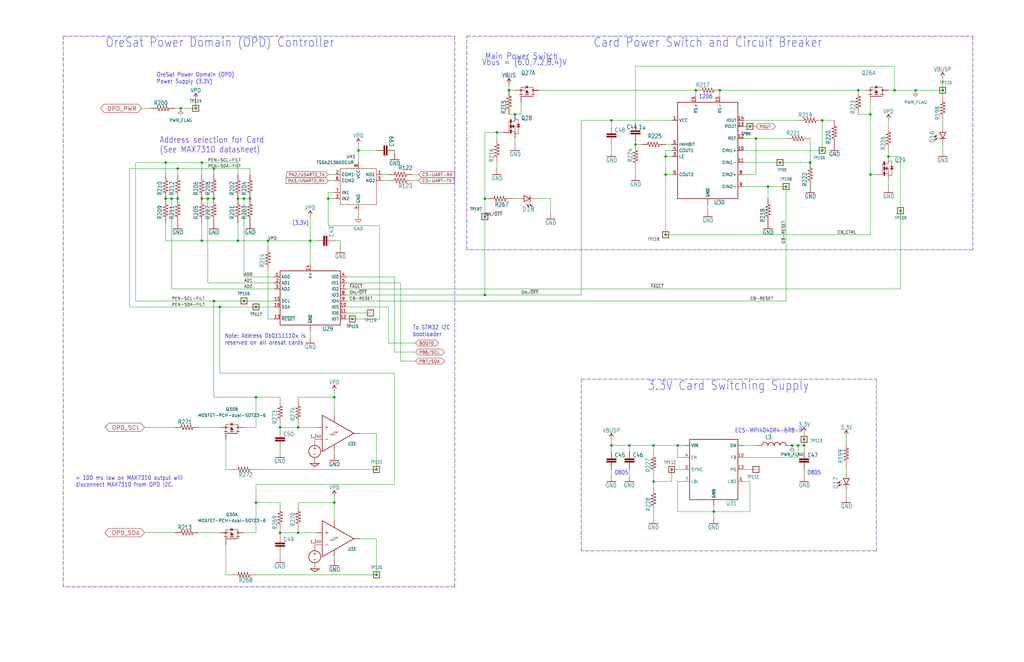
<source format=kicad_sch>
(kicad_sch (version 20211123) (generator eeschema)
  (paper "B")
  (junction (at 74.93 71.12))
  (junction (at 397.51 38.1))
  (junction (at 346.71 63.5))
  (junction (at 334.01 187.96))
  (junction (at 87.63 83.82))
  (junction (at 341.63 68.58))
  (junction (at 102.87 127))
  (junction (at 257.81 187.96))
  (junction (at 158.75 198.12))
  (junction (at 209.55 55.88))
  (junction (at 85.09 83.82))
  (junction (at 107.95 167.64))
  (junction (at 102.87 83.82))
  (junction (at 92.71 129.54))
  (junction (at 336.55 187.96))
  (junction (at 74.93 83.82))
  (junction (at 285.75 187.96))
  (junction (at 107.95 212.09))
  (junction (at 140.97 167.64))
  (junction (at 293.37 38.1))
  (junction (at 107.95 129.54))
  (junction (at 125.73 224.79))
  (junction (at 90.17 83.82))
  (junction (at 105.41 83.82))
  (junction (at 374.65 66.04))
  (junction (at 267.97 60.96))
  (junction (at 361.95 38.1))
  (junction (at 386.08 38.1))
  (junction (at 377.19 38.1))
  (junction (at 275.59 187.96))
  (junction (at 125.73 180.34))
  (junction (at 151.13 63.5))
  (junction (at 280.67 73.66))
  (junction (at 118.11 180.34))
  (junction (at 367.03 73.66))
  (junction (at 138.43 83.82))
  (junction (at 280.67 99.06))
  (junction (at 214.63 38.1))
  (junction (at 339.09 185.42))
  (junction (at 303.53 38.1))
  (junction (at 140.97 212.09))
  (junction (at 113.03 101.6))
  (junction (at 204.47 124.46))
  (junction (at 130.81 101.6))
  (junction (at 85.09 68.58))
  (junction (at 82.55 45.72))
  (junction (at 72.39 83.82))
  (junction (at 328.93 68.58))
  (junction (at 100.33 83.82))
  (junction (at 339.09 187.96))
  (junction (at 69.85 68.58))
  (junction (at 331.47 78.74))
  (junction (at 148.59 134.62))
  (junction (at 69.85 83.82))
  (junction (at 318.77 58.42))
  (junction (at 257.81 50.8))
  (junction (at 90.17 71.12))
  (junction (at 204.47 83.82))
  (junction (at 379.73 88.9))
  (junction (at 76.2 45.72))
  (junction (at 316.23 53.34))
  (junction (at 118.11 224.79))
  (junction (at 85.09 101.6))
  (junction (at 217.17 48.26))
  (junction (at 265.43 187.96))
  (junction (at 367.03 48.26))
  (junction (at 346.71 50.8))
  (junction (at 323.85 78.74))
  (junction (at 158.75 242.57))
  (junction (at 275.59 203.2))
  (junction (at 300.99 215.9))
  (junction (at 283.21 198.12))
  (junction (at 100.33 101.6))
  (junction (at 90.17 127))
  (junction (at 280.67 66.04))
  (junction (at 204.47 91.44))
  (wire (pts (xy 166.37 204.47) (xy 166.37 157.48)))
  (wire (pts (xy 160.02 134.62) (xy 160.02 95.25)))
  (wire (pts (xy 118.11 190.5) (xy 118.11 189.23)))
  (wire (pts (xy 95.25 242.57) (xy 95.25 229.87)))
  (wire (pts (xy 74.93 83.82) (xy 72.39 83.82)))
  (wire (pts (xy 140.97 212.09) (xy 140.97 219.71)))
  (wire (pts (xy 367.03 99.06) (xy 280.67 99.06)))
  (wire (pts (xy 69.85 73.66) (xy 69.85 68.58)))
  (wire (pts (xy 226.06 83.82) (xy 232.156 83.82)))
  (wire (pts (xy 285.75 215.9) (xy 300.99 215.9)))
  (wire (pts (xy 146.05 132.08) (xy 156.21 132.08)))
  (wire (pts (xy 107.95 180.34) (xy 102.87 180.34)))
  (wire (pts (xy 275.59 203.2) (xy 275.59 200.66)))
  (wire (pts (xy 257.81 187.96) (xy 265.43 187.96)))
  (wire (pts (xy 163.83 129.54) (xy 163.83 144.78)))
  (wire (pts (xy 140.97 81.28) (xy 138.43 81.28)))
  (wire (pts (xy 151.765 182.88) (xy 158.75 182.88)))
  (wire (pts (xy 293.37 38.1) (xy 293.37 40.64)))
  (wire (pts (xy 130.81 101.6) (xy 133.35 101.6)))
  (wire (pts (xy 209.55 55.88) (xy 212.09 55.88)))
  (wire (pts (xy 146.05 129.54) (xy 163.83 129.54)))
  (wire (pts (xy 87.63 119.38) (xy 87.63 83.82)))
  (wire (pts (xy 146.05 127) (xy 331.47 127)))
  (wire (pts (xy 166.37 63.5) (xy 166.37 64.77)))
  (wire (pts (xy 265.43 200.66) (xy 265.43 198.12)))
  (wire (pts (xy 313.69 187.96) (xy 318.77 187.96)))
  (wire (pts (xy 374.65 38.1) (xy 377.19 38.1)))
  (wire (pts (xy 275.59 187.96) (xy 265.43 187.96)))
  (wire (pts (xy 313.69 198.12) (xy 318.77 198.12)))
  (wire (pts (xy 90.17 127) (xy 102.87 127)))
  (wire (pts (xy 339.09 190.5) (xy 339.09 187.96)))
  (wire (pts (xy 138.43 81.28) (xy 138.43 83.82)))
  (wire (pts (xy 267.97 73.66) (xy 267.97 71.12)))
  (wire (pts (xy 72.39 121.92) (xy 72.39 83.82)))
  (wire (pts (xy 397.51 33.02) (xy 397.51 38.1)))
  (wire (pts (xy 341.63 68.58) (xy 341.63 58.42)))
  (wire (pts (xy 107.95 212.09) (xy 107.95 224.79)))
  (wire (pts (xy 209.55 55.88) (xy 204.47 55.88)))
  (wire (pts (xy 176.53 76.2) (xy 173.99 76.2)))
  (wire (pts (xy 73.66 224.79) (xy 60.96 224.79)))
  (wire (pts (xy 356.87 196.85) (xy 356.87 199.39)))
  (wire (pts (xy 102.87 83.82) (xy 100.33 83.82)))
  (wire (pts (xy 379.73 121.92) (xy 146.05 121.92)))
  (wire (pts (xy 138.43 83.82) (xy 140.97 83.82)))
  (wire (pts (xy 107.95 198.12) (xy 158.75 198.12)))
  (wire (pts (xy 168.91 119.38) (xy 168.91 152.4)))
  (wire (pts (xy 151.13 63.5) (xy 158.75 63.5)))
  (wire (pts (xy 90.17 73.66) (xy 90.17 71.12)))
  (wire (pts (xy 397.51 38.1) (xy 397.51 40.64)))
  (polyline (pts (xy 196.85 105.41) (xy 196.85 15.24)))
  (wire (pts (xy 374.65 66.04) (xy 379.73 66.04)))
  (wire (pts (xy 125.73 213.36) (xy 125.73 212.09)))
  (wire (pts (xy 100.33 101.6) (xy 100.33 93.98)))
  (wire (pts (xy 316.23 215.9) (xy 300.99 215.9)))
  (wire (pts (xy 298.45 88.9) (xy 298.45 86.36)))
  (wire (pts (xy 313.69 53.34) (xy 316.23 53.34)))
  (wire (pts (xy 90.17 71.12) (xy 105.41 71.12)))
  (wire (pts (xy 115.57 116.84) (xy 102.87 116.84)))
  (polyline (pts (xy 369.57 160.02) (xy 369.57 232.41)))
  (wire (pts (xy 107.95 167.64) (xy 90.17 167.64)))
  (wire (pts (xy 374.65 76.2) (xy 374.65 78.74)))
  (wire (pts (xy 130.81 142.24) (xy 130.81 139.7)))
  (wire (pts (xy 283.21 198.12) (xy 283.21 203.2)))
  (wire (pts (xy 151.765 227.33) (xy 158.75 227.33)))
  (wire (pts (xy 57.15 127) (xy 57.15 68.58)))
  (polyline (pts (xy 191.77 247.65) (xy 26.67 247.65)))
  (wire (pts (xy 257.81 187.96) (xy 257.81 185.42)))
  (wire (pts (xy 209.55 68.58) (xy 209.55 71.12)))
  (wire (pts (xy 377.19 27.94) (xy 377.19 38.1)))
  (wire (pts (xy 204.47 83.82) (xy 204.47 91.44)))
  (wire (pts (xy 143.51 101.6) (xy 143.51 104.14)))
  (wire (pts (xy 57.15 127) (xy 90.17 127)))
  (polyline (pts (xy 245.11 160.02) (xy 369.57 160.02)))
  (wire (pts (xy 140.97 167.64) (xy 140.97 165.1)))
  (wire (pts (xy 257.81 53.34) (xy 257.81 50.8)))
  (polyline (pts (xy 245.11 232.41) (xy 245.11 160.02)))
  (wire (pts (xy 92.71 157.48) (xy 92.71 129.54)))
  (wire (pts (xy 158.75 182.88) (xy 158.75 198.12)))
  (wire (pts (xy 267.97 27.94) (xy 377.19 27.94)))
  (wire (pts (xy 328.93 68.58) (xy 313.69 68.58)))
  (wire (pts (xy 280.67 73.66) (xy 283.21 73.66)))
  (wire (pts (xy 73.66 180.34) (xy 60.96 180.34)))
  (wire (pts (xy 283.21 198.12) (xy 288.29 198.12)))
  (wire (pts (xy 336.55 187.96) (xy 339.09 187.96)))
  (wire (pts (xy 313.69 193.04) (xy 336.55 193.04)))
  (wire (pts (xy 280.67 63.5) (xy 280.67 66.04)))
  (wire (pts (xy 336.55 187.96) (xy 334.01 187.96)))
  (wire (pts (xy 283.21 203.2) (xy 275.59 203.2)))
  (wire (pts (xy 102.87 116.84) (xy 102.87 83.82)))
  (wire (pts (xy 146.05 119.38) (xy 168.91 119.38)))
  (wire (pts (xy 118.11 167.64) (xy 107.95 167.64)))
  (wire (pts (xy 115.57 129.54) (xy 107.95 129.54)))
  (wire (pts (xy 63.5 45.72) (xy 59.69 45.72)))
  (wire (pts (xy 113.03 101.6) (xy 130.81 101.6)))
  (wire (pts (xy 163.83 76.2) (xy 161.29 76.2)))
  (wire (pts (xy 285.75 193.04) (xy 288.29 193.04)))
  (wire (pts (xy 346.71 50.8) (xy 351.79 50.8)))
  (polyline (pts (xy 26.67 15.24) (xy 191.77 15.24)))
  (wire (pts (xy 367.03 48.26) (xy 367.03 73.66)))
  (wire (pts (xy 316.23 203.2) (xy 316.23 215.9)))
  (wire (pts (xy 118.11 168.91) (xy 118.11 167.64)))
  (wire (pts (xy 118.11 234.95) (xy 118.11 233.68)))
  (wire (pts (xy 204.47 55.88) (xy 204.47 83.82)))
  (polyline (pts (xy 196.85 15.24) (xy 410.21 15.24)))
  (wire (pts (xy 214.63 48.26) (xy 217.17 48.26)))
  (wire (pts (xy 118.11 224.79) (xy 125.73 224.79)))
  (wire (pts (xy 107.95 212.09) (xy 107.95 204.47)))
  (wire (pts (xy 280.67 66.04) (xy 280.67 73.66)))
  (wire (pts (xy 303.53 38.1) (xy 361.95 38.1)))
  (wire (pts (xy 92.71 224.79) (xy 83.82 224.79)))
  (wire (pts (xy 313.69 50.8) (xy 336.55 50.8)))
  (wire (pts (xy 275.59 218.44) (xy 275.59 215.9)))
  (wire (pts (xy 318.77 73.66) (xy 318.77 58.42)))
  (wire (pts (xy 257.81 50.8) (xy 283.21 50.8)))
  (wire (pts (xy 267.97 52.07) (xy 267.97 27.94)))
  (wire (pts (xy 125.73 223.52) (xy 125.73 224.79)))
  (wire (pts (xy 356.87 184.15) (xy 356.87 186.69)))
  (wire (pts (xy 397.51 60.96) (xy 397.51 63.5)))
  (wire (pts (xy 87.63 83.82) (xy 85.09 83.82)))
  (wire (pts (xy 361.95 38.1) (xy 364.49 38.1)))
  (wire (pts (xy 331.47 78.74) (xy 323.85 78.74)))
  (wire (pts (xy 280.67 66.04) (xy 283.21 66.04)))
  (wire (pts (xy 140.97 167.64) (xy 125.73 167.64)))
  (wire (pts (xy 92.71 129.54) (xy 54.61 129.54)))
  (wire (pts (xy 69.85 101.6) (xy 69.85 93.98)))
  (wire (pts (xy 318.77 58.42) (xy 331.47 58.42)))
  (wire (pts (xy 303.53 40.64) (xy 303.53 38.1)))
  (wire (pts (xy 323.85 83.82) (xy 323.85 78.74)))
  (wire (pts (xy 100.33 73.66) (xy 100.33 68.58)))
  (wire (pts (xy 73.66 45.72) (xy 76.2 45.72)))
  (wire (pts (xy 74.93 73.66) (xy 74.93 71.12)))
  (wire (pts (xy 92.71 180.34) (xy 83.82 180.34)))
  (polyline (pts (xy 410.21 15.24) (xy 410.21 105.41)))
  (wire (pts (xy 217.17 48.26) (xy 219.71 48.26)))
  (wire (pts (xy 118.11 212.09) (xy 107.95 212.09)))
  (wire (pts (xy 283.21 63.5) (xy 280.67 63.5)))
  (wire (pts (xy 57.15 68.58) (xy 69.85 68.58)))
  (wire (pts (xy 219.71 48.26) (xy 219.71 43.18)))
  (polyline (pts (xy 26.67 247.65) (xy 26.67 15.24)))
  (wire (pts (xy 166.37 116.84) (xy 166.37 148.59)))
  (polyline (pts (xy 369.57 232.41) (xy 245.11 232.41)))
  (wire (pts (xy 166.37 148.59) (xy 175.26 148.59)))
  (wire (pts (xy 369.57 73.66) (xy 367.03 73.66)))
  (wire (pts (xy 107.95 129.54) (xy 92.71 129.54)))
  (wire (pts (xy 113.03 104.14) (xy 113.03 101.6)))
  (wire (pts (xy 105.41 71.12) (xy 105.41 73.66)))
  (wire (pts (xy 336.55 193.04) (xy 336.55 187.96)))
  (wire (pts (xy 125.73 180.34) (xy 133.35 180.34)))
  (wire (pts (xy 163.83 73.66) (xy 161.29 73.66)))
  (wire (pts (xy 356.87 207.01) (xy 356.87 209.55)))
  (wire (pts (xy 130.81 111.76) (xy 130.81 101.6)))
  (wire (pts (xy 288.29 187.96) (xy 285.75 187.96)))
  (wire (pts (xy 151.13 60.96) (xy 151.13 63.5)))
  (wire (pts (xy 151.13 63.5) (xy 151.13 68.58)))
  (wire (pts (xy 138.43 76.2) (xy 140.97 76.2)))
  (wire (pts (xy 95.25 198.12) (xy 95.25 185.42)))
  (wire (pts (xy 245.11 124.46) (xy 245.11 50.8)))
  (wire (pts (xy 107.95 204.47) (xy 166.37 204.47)))
  (wire (pts (xy 115.57 134.62) (xy 113.03 134.62)))
  (wire (pts (xy 97.79 198.12) (xy 95.25 198.12)))
  (wire (pts (xy 374.65 50.8) (xy 374.65 53.34)))
  (polyline (pts (xy 191.77 15.24) (xy 191.77 247.65)))
  (wire (pts (xy 74.93 71.12) (xy 90.17 71.12)))
  (wire (pts (xy 140.97 236.22) (xy 140.97 234.95)))
  (wire (pts (xy 130.81 101.6) (xy 130.81 91.44)))
  (wire (pts (xy 313.69 73.66) (xy 318.77 73.66)))
  (wire (pts (xy 118.11 224.79) (xy 118.11 223.52)))
  (wire (pts (xy 377.19 38.1) (xy 386.08 38.1)))
  (wire (pts (xy 323.85 78.74) (xy 313.69 78.74)))
  (wire (pts (xy 214.63 38.1) (xy 217.17 38.1)))
  (wire (pts (xy 209.55 58.42) (xy 209.55 55.88)))
  (wire (pts (xy 97.79 242.57) (xy 95.25 242.57)))
  (wire (pts (xy 151.13 88.9) (xy 151.13 91.44)))
  (wire (pts (xy 115.57 119.38) (xy 87.63 119.38)))
  (wire (pts (xy 85.09 73.66) (xy 85.09 68.58)))
  (wire (pts (xy 397.51 50.8) (xy 397.51 53.34)))
  (wire (pts (xy 54.61 71.12) (xy 74.93 71.12)))
  (wire (pts (xy 367.03 48.26) (xy 367.03 43.18)))
  (wire (pts (xy 204.47 124.46) (xy 245.11 124.46)))
  (wire (pts (xy 146.05 124.46) (xy 204.47 124.46)))
  (wire (pts (xy 280.67 99.06) (xy 280.67 73.66)))
  (wire (pts (xy 285.75 203.2) (xy 285.75 215.9)))
  (wire (pts (xy 118.11 224.79) (xy 118.11 226.06)))
  (wire (pts (xy 138.43 95.25) (xy 138.43 83.82)))
  (wire (pts (xy 285.75 187.96) (xy 275.59 187.96)))
  (wire (pts (xy 168.91 152.4) (xy 175.26 152.4)))
  (wire (pts (xy 85.09 101.6) (xy 100.33 101.6)))
  (wire (pts (xy 125.73 168.91) (xy 125.73 167.64)))
  (wire (pts (xy 275.59 205.74) (xy 275.59 203.2)))
  (wire (pts (xy 361.95 48.26) (xy 367.03 48.26)))
  (wire (pts (xy 113.03 114.3) (xy 113.03 134.62)))
  (wire (pts (xy 90.17 167.64) (xy 90.17 127)))
  (wire (pts (xy 257.81 63.5) (xy 257.81 60.96)))
  (wire (pts (xy 166.37 116.84) (xy 146.05 116.84)))
  (wire (pts (xy 316.23 53.34) (xy 318.77 53.34)))
  (wire (pts (xy 107.95 224.79) (xy 102.87 224.79)))
  (wire (pts (xy 90.17 83.82) (xy 87.63 83.82)))
  (wire (pts (xy 118.11 181.61) (xy 118.11 180.34)))
  (wire (pts (xy 339.09 187.96) (xy 339.09 185.42)))
  (wire (pts (xy 257.81 190.5) (xy 257.81 187.96)))
  (wire (pts (xy 125.73 179.07) (xy 125.73 180.34)))
  (wire (pts (xy 69.85 68.58) (xy 85.09 68.58)))
  (wire (pts (xy 85.09 101.6) (xy 85.09 93.98)))
  (wire (pts (xy 379.73 88.9) (xy 379.73 121.92)))
  (wire (pts (xy 313.69 203.2) (xy 316.23 203.2)))
  (wire (pts (xy 176.53 73.66) (xy 173.99 73.66)))
  (polyline (pts (xy 410.21 105.41) (xy 196.85 105.41)))
  (wire (pts (xy 140.97 191.77) (xy 140.97 190.5)))
  (wire (pts (xy 232.156 83.82) (xy 232.156 89.916)))
  (wire (pts (xy 214.63 35.56) (xy 214.63 38.1)))
  (wire (pts (xy 163.83 144.78) (xy 175.26 144.78)))
  (wire (pts (xy 257.81 198.12) (xy 257.81 200.66)))
  (wire (pts (xy 166.37 157.48) (xy 92.71 157.48)))
  (wire (pts (xy 267.97 60.96) (xy 270.51 60.96)))
  (wire (pts (xy 328.93 68.58) (xy 341.63 68.58)))
  (wire (pts (xy 118.11 180.34) (xy 118.11 179.07)))
  (wire (pts (xy 72.39 83.82) (xy 69.85 83.82)))
  (wire (pts (xy 204.47 91.44) (xy 204.47 124.46)))
  (wire (pts (xy 118.11 180.34) (xy 125.73 180.34)))
  (wire (pts (xy 339.09 200.66) (xy 339.09 198.12)))
  (wire (pts (xy 339.09 182.88) (xy 339.09 185.42)))
  (wire (pts (xy 140.97 212.09) (xy 140.97 209.55)))
  (wire (pts (xy 300.99 218.44) (xy 300.99 215.9)))
  (wire (pts (xy 69.85 101.6) (xy 85.09 101.6)))
  (wire (pts (xy 313.69 63.5) (xy 346.71 63.5)))
  (wire (pts (xy 283.21 60.96) (xy 280.67 60.96)))
  (wire (pts (xy 85.09 68.58) (xy 100.33 68.58)))
  (wire (pts (xy 140.97 175.26) (xy 140.97 167.64)))
  (wire (pts (xy 82.55 45.72) (xy 82.55 41.91)))
  (wire (pts (xy 140.97 101.6) (xy 143.51 101.6)))
  (wire (pts (xy 107.95 167.64) (xy 107.95 180.34)))
  (wire (pts (xy 285.75 203.2) (xy 288.29 203.2)))
  (wire (pts (xy 379.73 66.04) (xy 379.73 88.9)))
  (wire (pts (xy 265.43 190.5) (xy 265.43 187.96)))
  (wire (pts (xy 275.59 190.5) (xy 275.59 187.96)))
  (wire (pts (xy 118.11 213.36) (xy 118.11 212.09)))
  (wire (pts (xy 115.57 121.92) (xy 72.39 121.92)))
  (wire (pts (xy 102.87 127) (xy 115.57 127)))
  (wire (pts (xy 245.11 50.8) (xy 257.81 50.8)))
  (wire (pts (xy 217.17 58.42) (xy 217.17 60.96)))
  (wire (pts (xy 227.33 38.1) (xy 293.37 38.1)))
  (wire (pts (xy 267.97 59.69) (xy 267.97 60.96)))
  (wire (pts (xy 331.47 127) (xy 331.47 78.74)))
  (wire (pts (xy 374.65 63.5) (xy 374.65 66.04)))
  (wire (pts (xy 346.71 63.5) (xy 346.71 50.8)))
  (wire (pts (xy 100.33 101.6) (xy 113.03 101.6)))
  (wire (pts (xy 160.02 95.25) (xy 138.43 95.25)))
  (wire (pts (xy 285.75 193.04) (xy 285.75 187.96)))
  (wire (pts (xy 107.95 242.57) (xy 158.75 242.57)))
  (wire (pts (xy 367.03 73.66) (xy 367.03 99.06)))
  (wire (pts (xy 105.41 83.82) (xy 102.87 83.82)))
  (wire (pts (xy 215.9 83.82) (xy 218.44 83.82)))
  (wire (pts (xy 138.43 73.66) (xy 140.97 73.66)))
  (wire (pts (xy 313.69 58.42) (xy 318.77 58.42)))
  (wire (pts (xy 148.59 134.62) (xy 160.02 134.62)))
  (wire (pts (xy 54.61 129.54) (xy 54.61 71.12)))
  (wire (pts (xy 76.2 45.72) (xy 82.55 45.72)))
  (wire (pts (xy 140.97 212.09) (xy 125.73 212.09)))
  (wire (pts (xy 205.74 83.82) (xy 204.47 83.82)))
  (wire (pts (xy 148.59 134.62) (xy 146.05 134.62)))
  (wire (pts (xy 158.75 227.33) (xy 158.75 242.57)))
  (wire (pts (xy 386.08 38.1) (xy 397.51 38.1)))
  (wire (pts (xy 300.99 215.9) (xy 300.99 213.36)))
  (wire (pts (xy 125.73 224.79) (xy 133.35 224.79)))
  (text "Vbus = (6.0,7.2,8.4)V" (at 203.2 27.94 180) (effects (font (size 2.54 2.159)) (justify left bottom)))
  (text "Note: Address 0b0111110x is\nreserved on all oresat cards" (at 94.742 145.796 0) (effects (font (size 1.778 1.5113)) (justify left bottom)))
  (text "3.3V Card Switching Supply" (at 273.05 165.1 180) (effects (font (size 3.81 3.2385)) (justify left bottom)))
  (text "ECS-MPI4040R4-6R8-R" (at 309.88 182.88 180) (effects (font (size 1.778 1.5113)) (justify left bottom)))
  (text "OreSat Power Domain (OPD)\nPower Supply (3.3V)" (at 66.04 35.56 180) (effects (font (size 1.778 1.5113)) (justify left bottom)))
  (text "> 100 ms low on MAX7310 output will\ndisconnect MAX7310 from OPD I2C." (at 31.75 205.74 0) (effects (font (size 1.778 1.5113)) (justify left bottom)))
  (text "Card Power Switch and Circuit Breaker" (at 250.19 20.32 180) (effects (font (size 3.81 3.2385)) (justify left bottom)))
  (text "1206" (at 294.64 41.91 180) (effects (font (size 1.778 1.5113)) (justify left bottom)))
  (text "(3.3V)" (at 123.19 95.25 180) (effects (font (size 1.778 1.5113)) (justify left bottom)))
  (text "To STM32 I2C\nbootloader" (at 173.99 142.24 180) (effects (font (size 1.778 1.5113)) (justify left bottom)))
  (text "Address selection for Card\n(See MAX7310 datasheet)" (at 67.31 64.77 0) (effects (font (size 2.54 2.159)) (justify left bottom)))
  (text "0805" (at 259.08 200.66 180) (effects (font (size 1.778 1.5113)) (justify left bottom)))
  (text "OreSat Power Domain (OPD) Controller" (at 44.45 20.32 180) (effects (font (size 3.81 3.2385)) (justify left bottom)))
  (text "0805" (at 340.36 200.66 180) (effects (font (size 1.778 1.5113)) (justify left bottom)))
  (text "Main Power Switch" (at 204.47 25.4 180) (effects (font (size 2.54 2.159)) (justify left bottom)))
  (label "~{FAULT}" (at 147.32 121.92 0) (effects (font (size 1.2446 1.2446))))
  (label "VPD" (at 113.03 101.6 0) (effects (font (size 1.2446 1.2446))))
  (label "PEN-SCL-FILT" (at 87.63 68.58 0) (effects (font (size 1.2446 1.2446))))
  (label "AD2" (at 102.87 121.92 0) (effects (font (size 1.2446 1.2446))))
  (label "CB-RESET" (at 147.32 127 0) (effects (font (size 1.2446 1.2446))))
  (label "AD1" (at 102.87 119.38 0) (effects (font (size 1.2446 1.2446))))
  (label "PEN-SCL-FILT" (at 72.39 127 0) (effects (font (size 1.2446 1.2446))))
  (label "ON/~{OFF}" (at 204.47 91.44 0) (effects (font (size 1.2446 1.2446))))
  (label "AD0" (at 102.87 116.84 0) (effects (font (size 1.2446 1.2446))))
  (label "PEN-SDA-FILT" (at 87.63 71.12 0) (effects (font (size 1.2446 1.2446))))
  (label "~{FAULT}" (at 274.32 121.92 0) (effects (font (size 1.2446 1.2446))))
  (label "ON/~{OFF}" (at 147.32 124.46 0) (effects (font (size 1.2446 1.2446))))
  (label "CB_CTRL" (at 353.06 99.06 0) (effects (font (size 1.2446 1.2446))))
  (label "CB-RESET" (at 316.23 127 0) (effects (font (size 1.2446 1.2446))))
  (label "PEN-SDA-FILT" (at 72.39 129.54 0) (effects (font (size 1.2446 1.2446))))
  (label "CB-RESET" (at 331.47 102.87 90) (effects (font (size 1.2446 1.2446))))
  (label "ON/~{OFF}" (at 219.71 124.46 0) (effects (font (size 1.2446 1.2446))))
  (global_label "PA3{slash}USART2_RX" (shape input) (at 138.43 76.2 180) (property "Intersheet References" "${INTERSHEET_REFS}" (effects hide)))
  (global_label "C3-UART-RX" (shape input) (at 176.53 73.66 0) (property "Intersheet References" "${INTERSHEET_REFS}" (effects hide)))
  (global_label "OPD_SCL" (shape bidirectional) (at 60.96 180.34 180) (effects (font (size 1.778 1.778))) (property "Intersheet References" "${INTERSHEET_REFS}" (effects hide)))
  (global_label "PA2{slash}USART2_TX" (shape input) (at 138.43 73.66 180) (property "Intersheet References" "${INTERSHEET_REFS}" (effects hide)))
  (global_label "C3-UART-TX" (shape input) (at 176.53 76.2 0) (property "Intersheet References" "${INTERSHEET_REFS}" (effects hide)))
  (global_label "POUT" (shape bidirectional) (at 318.77 53.34 0) (effects (font (size 1.2446 1.2446))) (property "Intersheet References" "${INTERSHEET_REFS}" (effects hide)))
  (global_label "PB7{slash}SDA" (shape bidirectional) (at 175.26 152.4 0) (property "Intersheet References" "${INTERSHEET_REFS}" (effects hide)))
  (global_label "OPD_SDA" (shape bidirectional) (at 60.96 224.79 180) (effects (font (size 1.778 1.778))) (property "Intersheet References" "${INTERSHEET_REFS}" (effects hide)))
  (global_label "PB6{slash}SCL" (shape bidirectional) (at 175.26 148.59 0) (property "Intersheet References" "${INTERSHEET_REFS}" (effects hide)))
  (global_label "BOOT0" (shape bidirectional) (at 175.26 144.78 0) (property "Intersheet References" "${INTERSHEET_REFS}" (effects hide)))
  (global_label "OPD_PWR" (shape bidirectional) (at 59.69 45.72 180) (effects (font (size 1.778 1.778))) (property "Intersheet References" "${INTERSHEET_REFS}" (effects hide)))
  (symbol (lib_id "oresat-acs-card-eagle-import:R-US_0603-C-NOSILK") (at 90.17 78.74 90) (unit 1)
    (property "Reference" "R208" (at 88.6714 82.55 0) (effects (font (size 1.778 1.5113)) (justify left bottom)))
    (property "Value" "NP" (at 88.392 76.2 0) (effects (font (size 1.778 1.5113)) (justify left bottom)))
    (property "Footprint" "oresat-acs-card:.0603-C-NOSILK" (effects hide))
    (property "Value" "RC1005F6653CS" (effects hide))
  )
  (symbol (lib_id "oresat-acs-card-eagle-import:TEST-POINT-LARGE-SQUARE") (at 331.47 78.74 180) (unit 1)
    (property "Reference" "TP108" (at 334.01 74.93 0) (effects (font (size 1.27 1.0795)) (justify left bottom)))
    (property "Value" "TEST-POINT-LARGE-SQUARE" (effects hide))
    (property "Footprint" "oresat-acs-card:1X01" (effects hide))
  )
  (symbol (lib_id "oresat-acs-card-eagle-import:TEST-POINT-LARGE-SQUARE") (at 204.47 91.44 0) (unit 1)
    (property "Reference" "TP107" (at 198.12 88.9 0) (effects (font (size 1.27 1.0795)) (justify left bottom)))
    (property "Value" "TEST-POINT-LARGE-SQUARE" (effects hide))
    (property "Footprint" "oresat-acs-card:1X01" (effects hide))
  )
  (symbol (lib_id "oresat-acs-card-eagle-import:LED-GREEN0603") (at 220.98 83.82 90) (unit 1)
    (property "Reference" "D18" (at 225.552 87.249 90) (effects (font (size 1.778 1.778)) (justify left bottom)))
    (property "Value" "AMBER" (at 225.552 81.915 90) (effects (font (size 1.778 1.778)) (justify left top)))
    (property "Footprint" "oresat-acs-card:LED-0603" (effects hide))
    (property "Value" "IN-S63AT5A" (effects hide))
  )
  (symbol (lib_id "oresat-acs-card-eagle-import:VPD") (at 130.81 91.44 0) (unit 1)
    (property "Reference" "#VPD012" (effects hide))
    (property "Value" "VPD" (at 130.81 88.646 0) (effects (font (size 1.778 1.5113)) (justify bottom)))
  )
  (symbol (lib_id "oresat-acs-card-eagle-import:TEST-POINT-LARGE-SQUARE") (at 280.67 99.06 0) (mirror y) (unit 1)
    (property "Reference" "TP118" (at 278.13 101.6 0) (effects (font (size 1.27 1.0795)) (justify left bottom)))
    (property "Value" "TEST-POINT-LARGE-SQUARE" (effects hide))
    (property "Footprint" "oresat-acs-card:1X01" (effects hide))
  )
  (symbol (lib_id "oresat-acs-card-eagle-import:GND") (at 209.55 73.66 0) (mirror y) (unit 1)
    (property "Reference" "#GND0171" (effects hide))
    (property "Value" "GND" (at 212.09 76.2 0) (effects (font (size 1.778 1.5113)) (justify left bottom)))
  )
  (symbol (lib_id "oresat-acs-card-eagle-import:C-EU0805-B-NOSILK") (at 257.81 193.04 0) (unit 1)
    (property "Reference" "C45" (at 259.08 193.04 0) (effects (font (size 1.778 1.5113)) (justify left bottom)))
    (property "Value" "10u" (at 259.08 198.12 0) (effects (font (size 1.778 1.5113)) (justify left bottom)))
    (property "Footprint" "oresat-acs-card:.0805-B-NOSILK" (effects hide))
    (property "Value" "CL21B106KOQNNNG" (effects hide))
  )
  (symbol (lib_id "oresat-acs-card-eagle-import:TEST-POINT-LARGE-SQUARE") (at 318.77 198.12 0) (unit 1)
    (property "Reference" "TP111" (at 314.96 201.93 0) (effects (font (size 1.27 1.0795)) (justify left bottom)))
    (property "Value" "TEST-POINT-LARGE-SQUARE" (effects hide))
    (property "Footprint" "oresat-acs-card:1X01" (effects hide))
  )
  (symbol (lib_id "oresat-acs-card-eagle-import:R-US_0603-C-NOSILK") (at 78.74 224.79 0) (unit 1)
    (property "Reference" "R213" (at 74.93 223.52 0) (effects (font (size 1.778 1.5113)) (justify left bottom)))
    (property "Value" "100" (at 81.28 223.52 0) (effects (font (size 1.778 1.5113)) (justify left bottom)))
    (property "Footprint" "oresat-acs-card:.0603-C-NOSILK" (effects hide))
    (property "Value" "RC0603FR-07100RL" (effects hide))
  )
  (symbol (lib_id "oresat-acs-card-eagle-import:GND") (at 300.99 220.98 0) (unit 1)
    (property "Reference" "#GND0177" (effects hide))
    (property "Value" "GND" (at 298.45 223.52 0) (effects (font (size 1.778 1.5113)) (justify left bottom)))
  )
  (symbol (lib_id "oresat-acs-card-eagle-import:GND") (at 374.65 81.28 0) (mirror y) (unit 1)
    (property "Reference" "#GND0176" (effects hide))
    (property "Value" "GND" (at 377.19 83.82 0) (effects (font (size 1.778 1.5113)) (justify left bottom)))
  )
  (symbol (lib_id "oresat-acs-card-eagle-import:VBUSP") (at 397.51 33.02 0) (unit 1)
    (property "Reference" "#VBUSP05" (effects hide))
    (property "Value" "VBUSP" (at 397.51 30.226 0) (effects (font (size 1.778 1.5113)) (justify bottom)))
  )
  (symbol (lib_id "oresat-acs-card-eagle-import:R-US_0603-C-NOSILK") (at 361.95 43.18 90) (unit 1)
    (property "Reference" "R223" (at 360.68 48.26 0) (effects (font (size 1.778 1.5113)) (justify left bottom)))
    (property "Value" "10k" (at 360.68 41.91 0) (effects (font (size 1.778 1.5113)) (justify left bottom)))
    (property "Footprint" "oresat-acs-card:.0603-C-NOSILK" (effects hide))
    (property "Value" "RC0603FR-0710KL" (effects hide))
  )
  (symbol (lib_id "oresat-acs-card-eagle-import:MIC842LYC5") (at 140.97 182.88 0) (unit 1)
    (property "Reference" "U32" (at 146.685 187.96 0) (effects (font (size 1.27 1.0795)) (justify left bottom)))
    (property "Value" "MIC842LYC5" (at 146.685 189.23 0) (effects (font (size 1.27 1.0795)) (justify left bottom)))
    (property "Footprint" "oresat-acs-card:SC70-5" (effects hide))
    (property "Value" "MIC842LYC5-TR" (effects hide))
  )
  (symbol (lib_id "oresat-acs-card-eagle-import:R-US_0603-C-NOSILK") (at 113.03 109.22 90) (unit 1)
    (property "Reference" "R214" (at 111.5314 113.03 0) (effects (font (size 1.778 1.5113)) (justify left bottom)))
    (property "Value" "10k" (at 111.252 106.68 0) (effects (font (size 1.778 1.5113)) (justify left bottom)))
    (property "Footprint" "oresat-acs-card:.0603-C-NOSILK" (effects hide))
    (property "Value" "RC0603FR-0710KL" (effects hide))
  )
  (symbol (lib_id "oresat-acs-card-eagle-import:TEST-POINT-LARGE-SQUARE") (at 316.23 53.34 0) (unit 1)
    (property "Reference" "TP89" (at 312.42 57.15 0) (effects (font (size 1.27 1.0795)) (justify left bottom)))
    (property "Value" "TEST-POINT-LARGE-SQUARE" (effects hide))
    (property "Footprint" "oresat-acs-card:1X01" (effects hide))
  )
  (symbol (lib_id "oresat-acs-card-eagle-import:C-EU0603-C-NOSILK") (at 267.97 57.15 0) (mirror x) (unit 1)
    (property "Reference" "C44" (at 264.16 54.61 0) (effects (font (size 1.778 1.5113)) (justify left top)))
    (property "Value" "1u" (at 269.24 54.61 0) (effects (font (size 1.778 1.5113)) (justify left top)))
    (property "Footprint" "oresat-acs-card:.0603-C-NOSILK" (effects hide))
  )
  (symbol (lib_id "oresat-acs-card-eagle-import:C-EU0603-C-NOSILK") (at 163.83 63.5 270) (mirror x) (unit 1)
    (property "Reference" "C99" (at 164.211 61.976 0) (effects (font (size 1.778 1.5113)) (justify left bottom)))
    (property "Value" "100n" (at 159.131 61.976 0) (effects (font (size 1.778 1.5113)) (justify left bottom)))
    (property "Footprint" "oresat-acs-card:.0603-C-NOSILK" (effects hide))
    (property "Value" "CL10B104KB8NNNL" (effects hide))
  )
  (symbol (lib_id "oresat-acs-card-eagle-import:GND") (at 356.87 212.09 0) (mirror y) (unit 1)
    (property "Reference" "#GND0163" (effects hide))
    (property "Value" "GND" (at 359.41 214.63 0) (effects (font (size 1.778 1.5113)) (justify left bottom)))
  )
  (symbol (lib_id "oresat-acs-card-eagle-import:TEST-POINT-LARGE-SQUARE") (at 339.09 185.42 0) (unit 1)
    (property "Reference" "TP113" (at 341.63 186.69 0) (effects (font (size 1.27 1.0795)) (justify left bottom)))
    (property "Value" "TEST-POINT-LARGE-SQUARE" (effects hide))
    (property "Footprint" "oresat-acs-card:1X01" (effects hide))
  )
  (symbol (lib_id "oresat-acs-card-eagle-import:TEST-POINT-LARGE-SQUARE") (at 102.87 127 180) (unit 1)
    (property "Reference" "TP116" (at 105.41 123.19 0) (effects (font (size 1.27 1.0795)) (justify left bottom)))
    (property "Value" "TEST-POINT-LARGE-SQUARE" (effects hide))
    (property "Footprint" "oresat-acs-card:1X01" (effects hide))
  )
  (symbol (lib_id "oresat-acs-card-eagle-import:R-US_0603-C-NOSILK") (at 69.85 78.74 270) (unit 1)
    (property "Reference" "R210" (at 68.3514 82.55 0) (effects (font (size 1.778 1.5113)) (justify right top)))
    (property "Value" "NP" (at 68.072 76.2 0) (effects (font (size 1.778 1.5113)) (justify right top)))
    (property "Footprint" "oresat-acs-card:.0603-C-NOSILK" (effects hide))
    (property "Value" "RC1005F6653CS" (effects hide))
  )
  (symbol (lib_id "oresat-acs-card-eagle-import:GND") (at 217.17 63.5 0) (mirror y) (unit 1)
    (property "Reference" "#GND0170" (effects hide))
    (property "Value" "GND" (at 219.71 66.04 0) (effects (font (size 1.778 1.5113)) (justify left bottom)))
  )
  (symbol (lib_id "oresat-acs-card-eagle-import:R-US_0603-C-NOSILK") (at 85.09 88.9 270) (unit 1)
    (property "Reference" "R205" (at 83.5914 92.71 0) (effects (font (size 1.778 1.5113)) (justify right top)))
    (property "Value" "NP" (at 83.312 86.36 0) (effects (font (size 1.778 1.5113)) (justify right top)))
    (property "Footprint" "oresat-acs-card:.0603-C-NOSILK" (effects hide))
    (property "Value" "RC1005F6653CS" (effects hide))
  )
  (symbol (lib_id "oresat-acs-card-eagle-import:R-US_0603-C-NOSILK") (at 125.73 218.44 90) (unit 1)
    (property "Reference" "R270" (at 124.46 222.25 0) (effects (font (size 1.778 1.5113)) (justify left bottom)))
    (property "Value" "1M" (at 124.46 215.9 0) (effects (font (size 1.778 1.5113)) (justify left bottom)))
    (property "Footprint" "oresat-acs-card:.0603-C-NOSILK" (effects hide))
    (property "Value" "RC0603FR-071ML" (effects hide))
  )
  (symbol (lib_id "oresat-acs-card-eagle-import:R-US_0603-C-NOSILK") (at 74.93 78.74 90) (unit 1)
    (property "Reference" "R212" (at 73.4314 82.55 0) (effects (font (size 1.778 1.5113)) (justify left bottom)))
    (property "Value" "NP" (at 73.152 76.2 0) (effects (font (size 1.778 1.5113)) (justify left bottom)))
    (property "Footprint" "oresat-acs-card:.0603-C-NOSILK" (effects hide))
    (property "Value" "RC1005F6653CS" (effects hide))
  )
  (symbol (lib_id "oresat-acs-card-eagle-import:VPD") (at 151.13 60.96 0) (unit 1)
    (property "Reference" "#VPD01" (effects hide))
    (property "Value" "VPD" (at 151.13 58.166 0) (effects (font (size 1.778 1.5113)) (justify bottom)))
  )
  (symbol (lib_id "oresat-acs-card-eagle-import:R-US_0603-C-NOSILK") (at 275.59 210.82 90) (unit 1)
    (property "Reference" "R228" (at 274.32 215.9 0) (effects (font (size 1.778 1.5113)) (justify left bottom)))
    (property "Value" "NP" (at 274.32 209.55 0) (effects (font (size 1.778 1.5113)) (justify left bottom)))
    (property "Footprint" "oresat-acs-card:.0603-C-NOSILK" (effects hide))
    (property "Value" "RC1005F6653CS" (effects hide))
  )
  (symbol (lib_id "oresat-acs-card-eagle-import:TEST-POINT-LARGE-SQUARE") (at 158.75 198.12 180) (unit 1)
    (property "Reference" "TP121" (at 161.29 194.31 0) (effects (font (size 1.27 1.0795)) (justify left bottom)))
    (property "Value" "TEST-POINT-LARGE-SQUARE" (effects hide))
    (property "Footprint" "oresat-acs-card:1X01" (effects hide))
  )
  (symbol (lib_id "oresat-acs-card-eagle-import:GND") (at 257.81 66.04 0) (mirror y) (unit 1)
    (property "Reference" "#GND0182" (effects hide))
    (property "Value" "GND" (at 260.35 68.58 0) (effects (font (size 1.778 1.5113)) (justify left bottom)))
  )
  (symbol (lib_id "oresat-acs-card-eagle-import:R-US_0603-C-NOSILK") (at 90.17 88.9 90) (unit 1)
    (property "Reference" "R207" (at 88.6714 92.71 0) (effects (font (size 1.778 1.5113)) (justify left bottom)))
    (property "Value" "NP" (at 88.392 86.36 0) (effects (font (size 1.778 1.5113)) (justify left bottom)))
    (property "Footprint" "oresat-acs-card:.0603-C-NOSILK" (effects hide))
    (property "Value" "RC1005F6653CS" (effects hide))
  )
  (symbol (lib_id "power:PWR_FLAG") (at 334.01 187.96 180) (unit 1)
    (property "Reference" "#FLG0103" (effects hide))
    (property "Value" "PWR_FLAG" (at 334.01 191.77 0))
  )
  (symbol (lib_id "oresat-acs-card-eagle-import:R-US_0603-C-NOSILK") (at 374.65 58.42 90) (unit 1)
    (property "Reference" "R226" (at 373.38 63.5 0) (effects (font (size 1.778 1.5113)) (justify left bottom)))
    (property "Value" "10k" (at 373.38 57.15 0) (effects (font (size 1.778 1.5113)) (justify left bottom)))
    (property "Footprint" "oresat-acs-card:.0603-C-NOSILK" (effects hide))
    (property "Value" "RC0603FR-0710KL" (effects hide))
  )
  (symbol (lib_id "oresat-acs-card-eagle-import:R-US_0603-C-NOSILK") (at 397.51 45.72 90) (unit 1)
    (property "Reference" "R198" (at 396.24 50.8 0) (effects (font (size 1.778 1.5113)) (justify left bottom)))
    (property "Value" "2.7k" (at 396.24 45.72 0) (effects (font (size 1.778 1.5113)) (justify left bottom)))
    (property "Footprint" "oresat-acs-card:.0603-C-NOSILK" (effects hide))
    (property "Value" "CRGCQ0603F2K7" (effects hide))
  )
  (symbol (lib_id "oresat-acs-card-eagle-import:R-US_0603-C-NOSILK") (at 267.97 66.04 90) (unit 1)
    (property "Reference" "R224" (at 266.7 68.58 0) (effects (font (size 1.778 1.5113)) (justify left bottom)))
    (property "Value" "100k" (at 270.51 68.58 0) (effects (font (size 1.778 1.5113)) (justify left bottom)))
    (property "Footprint" "oresat-acs-card:.0603-C-NOSILK" (effects hide))
    (property "Value" "RC1005F6653CS" (effects hide))
  )
  (symbol (lib_id "oresat-acs-card-eagle-import:R-US_0603-C-NOSILK") (at 210.82 83.82 180) (unit 1)
    (property "Reference" "R267" (at 214.63 85.3186 0) (effects (font (size 1.778 1.5113)) (justify left bottom)))
    (property "Value" "2.7k" (at 214.63 80.518 0) (effects (font (size 1.778 1.5113)) (justify left bottom)))
    (property "Footprint" "oresat-acs-card:.0603-C-NOSILK" (effects hide))
    (property "Value" "CRGCQ0603F2K7" (effects hide))
  )
  (symbol (lib_id "oresat-acs-card-eagle-import:C-EU0603-C-NOSILK") (at 118.11 184.15 0) (unit 1)
    (property "Reference" "C50" (at 119.38 184.15 0) (effects (font (size 1.778 1.5113)) (justify left bottom)))
    (property "Value" "1u" (at 119.38 189.23 0) (effects (font (size 1.778 1.5113)) (justify left bottom)))
    (property "Footprint" "oresat-acs-card:.0603-C-NOSILK" (effects hide))
    (property "Value" "CC0603KRX7R7BB105" (effects hide))
  )
  (symbol (lib_id "oresat-acs-card-eagle-import:R-US_0603-C-NOSILK") (at 341.63 50.8 180) (unit 1)
    (property "Reference" "R219" (at 336.55 49.53 0) (effects (font (size 1.778 1.5113)) (justify right top)))
    (property "Value" "0" (at 342.9 49.53 0) (effects (font (size 1.778 1.5113)) (justify right top)))
    (property "Footprint" "oresat-acs-card:.0603-C-NOSILK" (effects hide))
    (property "Value" "RC0603JR-070RL" (effects hide))
  )
  (symbol (lib_id "oresat-acs-card-eagle-import:R-US_0603-C-NOSILK") (at 102.87 198.12 180) (unit 1)
    (property "Reference" "R272" (at 106.68 199.39 0) (effects (font (size 1.778 1.5113)) (justify left bottom)))
    (property "Value" "665k" (at 100.33 199.39 0) (effects (font (size 1.778 1.5113)) (justify left bottom)))
    (property "Footprint" "oresat-acs-card:.0603-C-NOSILK" (effects hide))
    (property "Value" "RC0603FR-07665KL" (effects hide))
  )
  (symbol (lib_id "oresat-acs-card-eagle-import:TEST-POINT-LARGE-SQUARE") (at 82.55 45.72 180) (unit 1)
    (property "Reference" "TP114" (at 85.09 41.91 0) (effects (font (size 1.27 1.0795)) (justify left bottom)))
    (property "Value" "TEST-POINT-LARGE-SQUARE" (effects hide))
    (property "Footprint" "oresat-acs-card:1X01" (effects hide))
  )
  (symbol (lib_id "oresat-acs-card-eagle-import:GND") (at 90.17 96.52 0) (mirror y) (unit 1)
    (property "Reference" "#GND0168" (effects hide))
    (property "Value" "GND" (at 92.71 99.06 0) (effects (font (size 1.778 1.5113)) (justify left bottom)))
  )
  (symbol (lib_id "oresat-acs-card-eagle-import:GND") (at 140.97 194.31 0) (mirror y) (unit 1)
    (property "Reference" "#GND0187" (effects hide))
    (property "Value" "GND" (at 143.51 196.85 0) (effects (font (size 1.778 1.5113)) (justify left bottom)))
  )
  (symbol (lib_id "oresat-acs-card-eagle-import:GND") (at 265.43 203.2 0) (unit 1)
    (property "Reference" "#GND0178" (effects hide))
    (property "Value" "GND" (at 262.89 205.74 0) (effects (font (size 1.778 1.5113)) (justify left bottom)))
  )
  (symbol (lib_id "oresat-acs-card-eagle-import:GND") (at 130.81 144.78 0) (mirror y) (unit 1)
    (property "Reference" "#GND0164" (effects hide))
    (property "Value" "GND" (at 133.35 147.32 0) (effects (font (size 1.778 1.5113)) (justify left bottom)))
  )
  (symbol (lib_id "oresat-acs-card-eagle-import:R-US_0603-C-NOSILK") (at 351.79 55.88 90) (unit 1)
    (property "Reference" "R220" (at 350.2914 60.96 0) (effects (font (size 1.778 1.5113)) (justify left bottom)))
    (property "Value" "NP" (at 350.52 54.61 0) (effects (font (size 1.778 1.5113)) (justify left bottom)))
    (property "Footprint" "oresat-acs-card:.0603-C-NOSILK" (effects hide))
    (property "Value" "RC1005F6653CS" (effects hide))
  )
  (symbol (lib_id "oresat-acs-card-eagle-import:MAX4211") (at 298.45 60.96 0) (unit 1)
    (property "Reference" "U30" (at 300.99 86.36 0) (effects (font (size 1.778 1.5113)) (justify left bottom)))
    (property "Value" "MAX4211FETE" (at 300.99 88.9 0) (effects (font (size 1.778 1.5113)) (justify left bottom)))
    (property "Footprint" "oresat-acs-card:QFN65P400X400X80-17T210" (effects hide))
    (property "Value" "MAX4211FETE" (effects hide))
  )
  (symbol (lib_id "oresat-acs-card-eagle-import:R-US_0603-C-NOSILK") (at 105.41 88.9 90) (unit 1)
    (property "Reference" "R203" (at 103.9114 92.71 0) (effects (font (size 1.778 1.5113)) (justify left bottom)))
    (property "Value" "NP" (at 103.632 86.36 0) (effects (font (size 1.778 1.5113)) (justify left bottom)))
    (property "Footprint" "oresat-acs-card:.0603-C-NOSILK" (effects hide))
    (property "Value" "RC1005F6653CS" (effects hide))
  )
  (symbol (lib_id "oresat-acs-card-eagle-import:GND") (at 105.41 96.52 0) (mirror y) (unit 1)
    (property "Reference" "#GND0167" (effects hide))
    (property "Value" "GND" (at 107.95 99.06 0) (effects (font (size 1.778 1.5113)) (justify left bottom)))
  )
  (symbol (lib_id "oresat-acs-card-eagle-import:VPD") (at 82.55 41.91 0) (unit 1)
    (property "Reference" "#VPD011" (effects hide))
    (property "Value" "VPD" (at 82.55 39.116 0) (effects (font (size 1.778 1.5113)) (justify bottom)))
  )
  (symbol (lib_id "oresat-acs-card-eagle-import:R-US_0603-C-NOSILK") (at 118.11 173.99 90) (unit 1)
    (property "Reference" "R273" (at 116.84 179.07 0) (effects (font (size 1.778 1.5113)) (justify left bottom)))
    (property "Value" "330k" (at 116.84 172.72 0) (effects (font (size 1.778 1.5113)) (justify left bottom)))
    (property "Footprint" "oresat-acs-card:.0603-C-NOSILK" (effects hide))
    (property "Value" "MCT06030C3303FP000" (effects hide))
  )
  (symbol (lib_id "oresat-acs-card-eagle-import:GND") (at 275.59 220.98 0) (unit 1)
    (property "Reference" "#GND0181" (effects hide))
    (property "Value" "GND" (at 273.05 223.52 0) (effects (font (size 1.778 1.5113)) (justify left bottom)))
  )
  (symbol (lib_id "oresat-acs-card-eagle-import:GND") (at 339.09 203.2 0) (mirror y) (unit 1)
    (property "Reference" "#GND0180" (effects hide))
    (property "Value" "GND" (at 341.63 205.74 0) (effects (font (size 1.778 1.5113)) (justify left bottom)))
  )
  (symbol (lib_id "oresat-acs-card-eagle-import:TEST-POINT-LARGE-SQUARE") (at 156.21 132.08 90) (unit 1)
    (property "Reference" "TP119" (at 153.67 135.89 90) (effects (font (size 1.27 1.0795)) (justify right top)))
    (property "Value" "TEST-POINT-LARGE-SQUARE" (effects hide))
    (property "Footprint" "oresat-acs-card:1X01" (effects hide))
  )
  (symbol (lib_id "oresat-acs-card-eagle-import:TEST-POINT-LARGE-SQUARE") (at 158.75 242.57 180) (unit 1)
    (property "Reference" "TP120" (at 161.29 238.76 0) (effects (font (size 1.27 1.0795)) (justify left bottom)))
    (property "Value" "TEST-POINT-LARGE-SQUARE" (effects hide))
    (property "Footprint" "oresat-acs-card:1X01" (effects hide))
  )
  (symbol (lib_id "oresat-acs-card-eagle-import:PMV45EN") (at 217.17 53.34 0) (unit 1)
    (property "Reference" "Q28" (at 219.71 50.8 0) (effects (font (size 1.778 1.5113)) (justify left bottom)))
    (property "Value" "PMV45EN" (at 219.71 53.34 0) (effects (font (size 1.778 1.5113)) (justify left bottom)))
    (property "Footprint" "oresat-acs-card:SOT23" (effects hide))
    (property "Value" "PMV45EN2R" (effects hide))
  )
  (symbol (lib_id "oresat-acs-card-eagle-import:L-ECS-MPI4040") (at 326.39 187.96 90) (unit 1)
    (property "Reference" "L3" (at 322.58 185.42 90) (effects (font (size 1.778 1.5113)) (justify right top)))
    (property "Value" "6.8u" (at 327.66 185.42 90) (effects (font (size 1.778 1.5113)) (justify right top)))
    (property "Footprint" "oresat-acs-card:ECS-MPI4040" (effects hide))
    (property "Value" "ECS-MPI4040R4-6R8-R" (effects hide))
  )
  (symbol (lib_id "oresat-acs-card-eagle-import:TPS6211X") (at 300.99 195.58 0) (unit 1)
    (property "Reference" "U31" (at 306.07 213.36 0) (effects (font (size 1.778 1.5113)) (justify left bottom)))
    (property "Value" "TPS62111RSA" (at 306.07 215.9 0) (effects (font (size 1.778 1.5113)) (justify left bottom)))
    (property "Footprint" "oresat-acs-card:S-PVQFN-16" (effects hide))
    (property "Value" "TPS62111RSA" (effects hide))
  )
  (symbol (lib_id "oresat-acs-card-eagle-import:TEST-POINT-LARGE-SQUARE") (at 283.21 198.12 0) (unit 1)
    (property "Reference" "TP112" (at 279.908 195.834 0) (effects (font (size 1.27 1.0795)) (justify left bottom)))
    (property "Value" "TEST-POINT-LARGE-SQUARE" (effects hide))
    (property "Footprint" "oresat-acs-card:1X01" (effects hide))
  )
  (symbol (lib_id "oresat-acs-card-eagle-import:MIC842LYC5") (at 140.97 227.33 0) (unit 1)
    (property "Reference" "U33" (at 146.685 232.41 0) (effects (font (size 1.27 1.0795)) (justify left bottom)))
    (property "Value" "MIC842LYC5" (at 146.685 233.68 0) (effects (font (size 1.27 1.0795)) (justify left bottom)))
    (property "Footprint" "oresat-acs-card:SC70-5" (effects hide))
    (property "Value" "MIC842LYC5-TR" (effects hide))
  )
  (symbol (lib_id "oresat-acs-card-eagle-import:C-EU0603-C-NOSILK") (at 118.11 228.6 0) (unit 1)
    (property "Reference" "C49" (at 119.38 228.6 0) (effects (font (size 1.778 1.5113)) (justify left bottom)))
    (property "Value" "1u" (at 119.38 233.68 0) (effects (font (size 1.778 1.5113)) (justify left bottom)))
    (property "Footprint" "oresat-acs-card:.0603-C-NOSILK" (effects hide))
    (property "Value" "CC0603KRX7R7BB105" (effects hide))
  )
  (symbol (lib_id "oresat-acs-card-eagle-import:GND") (at 118.11 193.04 0) (unit 1)
    (property "Reference" "#GND0189" (effects hide))
    (property "Value" "GND" (at 115.57 195.58 0) (effects (font (size 1.778 1.5113)) (justify left bottom)))
  )
  (symbol (lib_id "oresat-acs-card-eagle-import:LED-GREEN0603") (at 397.51 55.88 0) (unit 1)
    (property "Reference" "D16" (at 394.081 60.452 90) (effects (font (size 1.778 1.778)) (justify left bottom)))
    (property "Value" "GREEN" (at 399.415 60.452 90) (effects (font (size 1.778 1.778)) (justify left top)))
    (property "Footprint" "oresat-acs-card:LED-0603" (effects hide))
    (property "Value" "SML-E12M8WT86" (effects hide))
  )
  (symbol (lib_id "oresat-acs-card-eagle-import:R-US_0603-C-NOSILK") (at 323.85 88.9 90) (unit 1)
    (property "Reference" "R218" (at 322.58 93.98 0) (effects (font (size 1.778 1.5113)) (justify left bottom)))
    (property "Value" "10k" (at 322.58 88.9 0) (effects (font (size 1.778 1.5113)) (justify left bottom)))
    (property "Footprint" "oresat-acs-card:.0603-C-NOSILK" (effects hide))
    (property "Value" "RC0603FR-0710KL" (effects hide))
  )
  (symbol (lib_id "oresat-acs-card-eagle-import:R-US_0603-C-NOSILK") (at 69.85 88.9 270) (unit 1)
    (property "Reference" "R209" (at 68.3514 92.71 0) (effects (font (size 1.778 1.5113)) (justify right top)))
    (property "Value" "NP" (at 68.072 86.36 0) (effects (font (size 1.778 1.5113)) (justify right top)))
    (property "Footprint" "oresat-acs-card:.0603-C-NOSILK" (effects hide))
    (property "Value" "RC1005F6653CS" (effects hide))
  )
  (symbol (lib_id "power:PWR_FLAG") (at 76.2 45.72 180) (unit 1)
    (property "Reference" "#FLG010" (effects hide))
    (property "Value" "PWR_FLAG" (at 76.2 50.8 0))
  )
  (symbol (lib_id "oresat-acs-card-eagle-import:C-EU0805-B-NOSILK") (at 339.09 193.04 0) (unit 1)
    (property "Reference" "C47" (at 340.36 193.04 0) (effects (font (size 1.778 1.5113)) (justify left bottom)))
    (property "Value" "22u" (at 340.36 198.12 0) (effects (font (size 1.778 1.5113)) (justify left bottom)))
    (property "Footprint" "oresat-acs-card:.0805-B-NOSILK" (effects hide))
    (property "Value" "GRM21BD71A226ME44L" (effects hide))
  )
  (symbol (lib_id "oresat-acs-card-eagle-import:GND") (at 323.85 96.52 0) (mirror y) (unit 1)
    (property "Reference" "#GND0172" (effects hide))
    (property "Value" "GND" (at 326.39 99.06 0) (effects (font (size 1.778 1.5113)) (justify left bottom)))
  )
  (symbol (lib_id "oresat-acs-card-eagle-import:R-US_0603-C-NOSILK") (at 168.91 76.2 180) (unit 1)
    (property "Reference" "R123" (at 173.99 77.47 0) (effects (font (size 1.778 1.5113)) (justify left bottom)))
    (property "Value" "10k" (at 167.64 77.47 0) (effects (font (size 1.778 1.5113)) (justify left bottom)))
    (property "Footprint" "oresat-acs-card:.0603-C-NOSILK" (effects hide))
    (property "Value" "RC0603FR-0710KL" (effects hide))
  )
  (symbol (lib_id "oresat-acs-card-eagle-import:R-US_0603-C-NOSILK") (at 168.91 73.66 180) (unit 1)
    (property "Reference" "R122" (at 173.99 69.85 0) (effects (font (size 1.778 1.5113)) (justify left bottom)))
    (property "Value" "10k" (at 167.64 69.85 0) (effects (font (size 1.778 1.5113)) (justify left bottom)))
    (property "Footprint" "oresat-acs-card:.0603-C-NOSILK" (effects hide))
    (property "Value" "RC0603FR-0710KL" (effects hide))
  )
  (symbol (lib_id "oresat-acs-card-eagle-import:R-US_0603-C-NOSILK") (at 341.63 73.66 90) (unit 1)
    (property "Reference" "R222" (at 340.36 78.74 0) (effects (font (size 1.778 1.5113)) (justify left bottom)))
    (property "Value" "NP" (at 340.36 72.39 0) (effects (font (size 1.778 1.5113)) (justify left bottom)))
    (property "Footprint" "oresat-acs-card:.0603-C-NOSILK" (effects hide))
    (property "Value" "RC1005F6653CS" (effects hide))
  )
  (symbol (lib_id "oresat-acs-card-eagle-import:R-US_R1206") (at 298.45 38.1 0) (unit 1)
    (property "Reference" "R217" (at 293.37 36.83 0) (effects (font (size 1.778 1.5113)) (justify left bottom)))
    (property "Value" "100m" (at 299.72 36.83 0) (effects (font (size 1.778 1.5113)) (justify left bottom)))
    (property "Footprint" "oresat-acs-card:R1206" (effects hide))
    (property "Value" "CSR1206FTR100" (effects hide))
  )
  (symbol (lib_id "oresat-acs-card-eagle-import:R-US_0603-C-NOSILK") (at 125.73 173.99 90) (unit 1)
    (property "Reference" "R274" (at 124.46 177.8 0) (effects (font (size 1.778 1.5113)) (justify left bottom)))
    (property "Value" "1M" (at 124.46 171.45 0) (effects (font (size 1.778 1.5113)) (justify left bottom)))
    (property "Footprint" "oresat-acs-card:.0603-C-NOSILK" (effects hide))
    (property "Value" "RC0603FR-071ML" (effects hide))
  )
  (symbol (lib_id "oresat-acs-card-eagle-import:C-EU0603-C-NOSILK") (at 265.43 193.04 0) (unit 1)
    (property "Reference" "C46" (at 266.7 193.04 0) (effects (font (size 1.778 1.5113)) (justify left bottom)))
    (property "Value" "1u" (at 266.7 198.12 0) (effects (font (size 1.778 1.5113)) (justify left bottom)))
    (property "Footprint" "oresat-acs-card:.0603-C-NOSILK" (effects hide))
    (property "Value" "CC0603KRX7R7BB105" (effects hide))
  )
  (symbol (lib_id "oresat-acs-card-eagle-import:GND") (at 257.81 203.2 0) (unit 1)
    (property "Reference" "#GND0179" (effects hide))
    (property "Value" "GND" (at 255.27 205.74 0) (effects (font (size 1.778 1.5113)) (justify left bottom)))
  )
  (symbol (lib_id "oresat-acs-card-eagle-import:VPD") (at 140.97 165.1 0) (unit 1)
    (property "Reference" "#VPD015" (effects hide))
    (property "Value" "VPD" (at 140.97 162.306 0) (effects (font (size 1.778 1.5113)) (justify bottom)))
  )
  (symbol (lib_id "oresat-acs-card-eagle-import:C-EU0603-C-NOSILK") (at 257.81 55.88 0) (unit 1)
    (property "Reference" "C48" (at 259.08 55.88 0) (effects (font (size 1.778 1.5113)) (justify left bottom)))
    (property "Value" "1u" (at 259.08 60.96 0) (effects (font (size 1.778 1.5113)) (justify left bottom)))
    (property "Footprint" "oresat-acs-card:.0603-C-NOSILK" (effects hide))
    (property "Value" "CC0603KRX7R7BB105" (effects hide))
  )
  (symbol (lib_id "oresat-acs-card-eagle-import:MOSFET-PCH-dual-SOT23-6") (at 97.79 182.88 90) (unit 2)
    (property "Reference" "Q30" (at 97.79 172.72 90))
    (property "Value" "MOSFET-PCH-dual-SOT23-6" (at 97.79 175.26 90))
    (property "Footprint" "oresat-acs-card:SOT23-6" (effects hide))
  )
  (symbol (lib_id "oresat-acs-card-eagle-import:R-US_0603-C-NOSILK") (at 356.87 191.77 90) (unit 1)
    (property "Reference" "R199" (at 355.3714 195.58 0) (effects (font (size 1.778 1.5113)) (justify left bottom)))
    (property "Value" "2.7k" (at 360.172 195.58 0) (effects (font (size 1.778 1.5113)) (justify left bottom)))
    (property "Footprint" "oresat-acs-card:.0603-C-NOSILK" (effects hide))
    (property "Value" "CRGCQ0603F2K7" (effects hide))
  )
  (symbol (lib_id "oresat-acs-card-eagle-import:PMV45EN") (at 374.65 71.12 0) (unit 1)
    (property "Reference" "Q29" (at 377.19 68.58 0) (effects (font (size 1.778 1.5113)) (justify left bottom)))
    (property "Value" "PMV45EN" (at 377.19 71.12 0) (effects (font (size 1.778 1.5113)) (justify left bottom)))
    (property "Footprint" "oresat-acs-card:SOT23" (effects hide))
    (property "Value" "PMV45EN2R" (effects hide))
  )
  (symbol (lib_id "oresat-acs-card-eagle-import:GND") (at 143.51 106.68 0) (mirror y) (unit 1)
    (property "Reference" "#GND0165" (effects hide))
    (property "Value" "GND" (at 146.05 109.22 0) (effects (font (size 1.778 1.5113)) (justify left bottom)))
  )
  (symbol (lib_name "MOSFET-PCH-SOT23-6_2") (lib_id "oresat-acs-card-eagle-import:MOSFET-PCH-SOT23-6") (at 222.25 40.64 90) (unit 1)
    (property "Reference" "Q27" (at 219.71 31.75 90) (effects (font (size 1.778 1.5113)) (justify right top)))
    (property "Value" "MOSFET-PCH-SOT23-6" (at 219.71 34.29 90) (effects (font (size 1.778 1.5113)) (justify right top)))
    (property "Footprint" "oresat-acs-card:SOT23-6" (effects hide))
    (property "Value" "MOSFET-PCH-SOT23-6" (effects hide))
  )
  (symbol (lib_id "oresat-acs-card-eagle-import:LED-GREEN0603") (at 356.87 201.93 0) (unit 1)
    (property "Reference" "D17" (at 353.441 206.502 90) (effects (font (size 1.778 1.778)) (justify left bottom)))
    (property "Value" "GREEN" (at 358.775 206.502 90) (effects (font (size 1.778 1.778)) (justify left top)))
    (property "Footprint" "oresat-acs-card:LED-0603" (effects hide))
    (property "Value" "SML-E12M8WT86" (effects hide))
  )
  (symbol (lib_id "oresat-acs-card-eagle-import:R-US_0603-C-NOSILK") (at 118.11 218.44 90) (unit 1)
    (property "Reference" "R269" (at 116.84 223.52 0) (effects (font (size 1.778 1.5113)) (justify left bottom)))
    (property "Value" "330k" (at 116.84 217.17 0) (effects (font (size 1.778 1.5113)) (justify left bottom)))
    (property "Footprint" "oresat-acs-card:.0603-C-NOSILK" (effects hide))
    (property "Value" "MCT06030C3303FP000" (effects hide))
  )
  (symbol (lib_id "oresat-acs-card-eagle-import:GND") (at 298.45 91.44 0) (mirror y) (unit 1)
    (property "Reference" "#GND0166" (effects hide))
    (property "Value" "GND" (at 300.99 93.98 0) (effects (font (size 1.778 1.5113)) (justify left bottom)))
  )
  (symbol (lib_id "oresat-acs-card-eagle-import:TEST-POINT-LARGE-SQUARE") (at 397.51 38.1 0) (unit 1)
    (property "Reference" "TP110" (at 396.24 35.56 0) (effects (font (size 1.27 1.0795)) (justify left bottom)))
    (property "Value" "TEST-POINT-LARGE-SQUARE" (effects hide))
    (property "Footprint" "oresat-acs-card:1X01" (effects hide))
  )
  (symbol (lib_id "oresat-acs-card-eagle-import:TEST-POINT-LARGE-SQUARE") (at 148.59 134.62 0) (unit 1)
    (property "Reference" "TP115" (at 146.05 138.43 0) (effects (font (size 1.27 1.0795)) (justify left bottom)))
    (property "Value" "TEST-POINT-LARGE-SQUARE" (effects hide))
    (property "Footprint" "oresat-acs-card:1X01" (effects hide))
  )
  (symbol (lib_id "oresat-acs-card-eagle-import:R-US_0603-C-NOSILK") (at 100.33 88.9 270) (unit 1)
    (property "Reference" "R201" (at 98.8314 92.71 0) (effects (font (size 1.778 1.5113)) (justify right top)))
    (property "Value" "NP" (at 98.552 86.36 0) (effects (font (size 1.778 1.5113)) (justify right top)))
    (property "Footprint" "oresat-acs-card:.0603-C-NOSILK" (effects hide))
    (property "Value" "RC1005F6653CS" (effects hide))
  )
  (symbol (lib_id "oresat-acs-card-eagle-import:VPD") (at 374.65 50.8 0) (unit 1)
    (property "Reference" "#VPD013" (effects hide))
    (property "Value" "VPD" (at 374.65 48.006 0) (effects (font (size 1.778 1.5113)) (justify bottom)))
  )
  (symbol (lib_id "oresat-acs-card-eagle-import:R-US_0603-C-NOSILK") (at 105.41 78.74 90) (unit 1)
    (property "Reference" "R204" (at 103.9114 82.55 0) (effects (font (size 1.778 1.5113)) (justify left bottom)))
    (property "Value" "NP" (at 103.632 76.2 0) (effects (font (size 1.778 1.5113)) (justify left bottom)))
    (property "Footprint" "oresat-acs-card:.0603-C-NOSILK" (effects hide))
    (property "Value" "RC1005F6653CS" (effects hide))
  )
  (symbol (lib_id "oresat-acs-card-eagle-import:GND") (at 140.97 238.76 0) (mirror y) (unit 1)
    (property "Reference" "#GND0185" (effects hide))
    (property "Value" "GND" (at 143.51 241.3 0) (effects (font (size 1.778 1.5113)) (justify left bottom)))
  )
  (symbol (lib_id "oresat-acs-card-eagle-import:VBUS") (at 214.63 33.02 0) (unit 1)
    (property "Reference" "#VBUS09" (effects hide))
    (property "Value" "VBUS" (at 214.63 32.766 0) (effects (font (size 1.778 1.5113)) (justify bottom)))
  )
  (symbol (lib_id "oresat-acs-card-eagle-import:TEST-POINT-LARGE-SQUARE") (at 346.71 63.5 0) (unit 1)
    (property "Reference" "TP106" (at 342.9 67.31 0) (effects (font (size 1.27 1.0795)) (justify left bottom)))
    (property "Value" "TEST-POINT-LARGE-SQUARE" (effects hide))
    (property "Footprint" "oresat-acs-card:1X01" (effects hide))
  )
  (symbol (lib_id "oresat-acs-card-eagle-import:VPD") (at 140.97 209.55 0) (unit 1)
    (property "Reference" "#VPD014" (effects hide))
    (property "Value" "VPD" (at 140.97 206.756 0) (effects (font (size 1.778 1.5113)) (justify bottom)))
  )
  (symbol (lib_id "oresat-acs-card-eagle-import:GND") (at 232.156 92.456 0) (mirror y) (unit 1)
    (property "Reference" "#GND0183" (effects hide))
    (property "Value" "GND" (at 234.696 94.996 0) (effects (font (size 1.778 1.5113)) (justify left bottom)))
  )
  (symbol (lib_id "oresat-acs-card-eagle-import:GND") (at 166.37 67.31 0) (mirror y) (unit 1)
    (property "Reference" "#GND02" (effects hide))
    (property "Value" "GND" (at 168.91 69.85 0) (effects (font (size 1.778 1.5113)) (justify left bottom)))
  )
  (symbol (lib_id "oresat-acs-card-eagle-import:GND") (at 397.51 66.04 0) (mirror y) (unit 1)
    (property "Reference" "#GND0162" (effects hide))
    (property "Value" "GND" (at 400.05 68.58 0) (effects (font (size 1.778 1.5113)) (justify left bottom)))
  )
  (symbol (lib_id "oresat-acs-card-eagle-import:R-US_0603-C-NOSILK") (at 214.63 43.18 90) (unit 1)
    (property "Reference" "R215" (at 213.36 48.26 0) (effects (font (size 1.778 1.5113)) (justify left bottom)))
    (property "Value" "10k" (at 213.36 41.91 0) (effects (font (size 1.778 1.5113)) (justify left bottom)))
    (property "Footprint" "oresat-acs-card:.0603-C-NOSILK" (effects hide))
    (property "Value" "RC0603FR-0710KL" (effects hide))
  )
  (symbol (lib_id "oresat-acs-card-eagle-import:GND") (at 341.63 81.28 0) (mirror y) (unit 1)
    (property "Reference" "#GND0173" (effects hide))
    (property "Value" "GND" (at 344.17 83.82 0) (effects (font (size 1.778 1.5113)) (justify left bottom)))
  )
  (symbol (lib_name "MOSFET-PCH-SOT23-6_1") (lib_id "oresat-acs-card-eagle-import:MOSFET-PCH-SOT23-6") (at 369.57 40.64 90) (unit 1)
    (property "Reference" "Q26" (at 363.22 31.75 90) (effects (font (size 1.778 1.5113)) (justify right top)))
    (property "Value" "MOSFET-PCH-SOT23-6" (at 363.22 34.29 90) (effects (font (size 1.778 1.5113)) (justify right top)))
    (property "Footprint" "oresat-acs-card:SOT23-6" (effects hide))
    (property "Value" "MOSFET-PCH-SOT23-6" (effects hide))
  )
  (symbol (lib_id "power:GND") (at 151.13 91.44 0) (unit 1)
    (property "Reference" "#PWR037" (effects hide))
    (property "Value" "GND" (at 151.13 96.52 0))
  )
  (symbol (lib_id "oresat-acs-card-eagle-import:R-US_0603-C-NOSILK") (at 68.58 45.72 0) (unit 1)
    (property "Reference" "R200" (at 64.77 44.45 0) (effects (font (size 1.778 1.5113)) (justify left bottom)))
    (property "Value" "10" (at 71.12 44.45 0) (effects (font (size 1.778 1.5113)) (justify left bottom)))
    (property "Footprint" "oresat-acs-card:.0603-C-NOSILK" (effects hide))
    (property "Value" "RC0603FR-0710RL" (effects hide))
  )
  (symbol (lib_id "oresat-acs-card-eagle-import:GND") (at 267.97 76.2 0) (mirror y) (unit 1)
    (property "Reference" "#GND0175" (effects hide))
    (property "Value" "GND" (at 270.51 78.74 0) (effects (font (size 1.778 1.5113)) (justify left bottom)))
  )
  (symbol (lib_id "oresat-acs-card-eagle-import:R-US_0603-C-NOSILK") (at 102.87 242.57 180) (unit 1)
    (property "Reference" "R268" (at 106.68 243.84 0) (effects (font (size 1.778 1.5113)) (justify left bottom)))
    (property "Value" "665k" (at 100.33 243.84 0) (effects (font (size 1.778 1.5113)) (justify left bottom)))
    (property "Footprint" "oresat-acs-card:.0603-C-NOSILK" (effects hide))
    (property "Value" "RC0603FR-07665KL" (effects hide))
  )
  (symbol (lib_id "oresat-acs-card-eagle-import:R-US_0603-C-NOSILK") (at 275.59 195.58 90) (unit 1)
    (property "Reference" "R227" (at 274.32 199.39 0) (effects (font (size 1.778 1.5113)) (justify left bottom)))
    (property "Value" "10k" (at 274.32 195.58 0) (effects (font (size 1.778 1.5113)) (justify left bottom)))
    (property "Footprint" "oresat-acs-card:.0603-C-NOSILK" (effects hide))
    (property "Value" "RC0603FR-0710KL" (effects hide))
  )
  (symbol (lib_id "oresat-acs-card-eagle-import:R-US_0603-C-NOSILK") (at 209.55 63.5 90) (unit 1)
    (property "Reference" "R216" (at 208.28 68.58 0) (effects (font (size 1.778 1.5113)) (justify left bottom)))
    (property "Value" "10k" (at 208.28 62.23 0) (effects (font (size 1.778 1.5113)) (justify left bottom)))
    (property "Footprint" "oresat-acs-card:.0603-C-NOSILK" (effects hide))
    (property "Value" "RC0603FR-0710KL" (effects hide))
  )
  (symbol (lib_id "oresat-acs-card-eagle-import:GND") (at 74.93 96.52 0) (mirror y) (unit 1)
    (property "Reference" "#GND0169" (effects hide))
    (property "Value" "GND" (at 77.47 99.06 0) (effects (font (size 1.778 1.5113)) (justify left bottom)))
  )
  (symbol (lib_id "oresat-acs-card-eagle-import:TS5A21366DCUR") (at 151.13 78.74 0) (unit 1)
    (property "Reference" "U41" (at 146.05 66.04 0) (effects (justify left)))
    (property "Value" "TS5A21366DCUR" (at 133.35 68.58 0) (effects (justify left)))
    (property "Footprint" "oresat-acs-card:DCU-R-PDSO-G8" (effects hide))
  )
  (symbol (lib_id "oresat-acs-card-eagle-import:TEST-POINT-LARGE-SQUARE") (at 379.73 88.9 0) (unit 1)
    (property "Reference" "TP109" (at 377.19 92.71 0) (effects (font (size 1.27 1.0795)) (justify left bottom)))
    (property "Value" "TEST-POINT-LARGE-SQUARE" (effects hide))
    (property "Footprint" "oresat-acs-card:1X01" (effects hide))
  )
  (symbol (lib_id "oresat-acs-card-eagle-import:C-EU0603-C-NOSILK") (at 138.43 101.6 270) (mirror x) (unit 1)
    (property "Reference" "C43" (at 138.811 100.076 0) (effects (font (size 1.778 1.5113)) (justify left bottom)))
    (property "Value" "100n" (at 133.731 100.076 0) (effects (font (size 1.778 1.5113)) (justify left bottom)))
    (property "Footprint" "oresat-acs-card:.0603-C-NOSILK" (effects hide))
    (property "Value" "CL10B104KB8NNNL" (effects hide))
  )
  (symbol (lib_id "oresat-acs-card-eagle-import:R-US_0603-C-NOSILK") (at 100.33 78.74 270) (unit 1)
    (property "Reference" "R202" (at 98.8314 82.55 0) (effects (font (size 1.778 1.5113)) (justify right top)))
    (property "Value" "NP" (at 98.552 76.2 0) (effects (font (size 1.778 1.5113)) (justify right top)))
    (property "Footprint" "oresat-acs-card:.0603-C-NOSILK" (effects hide))
    (property "Value" "RC1005F6653CS" (effects hide))
  )
  (symbol (lib_id "oresat-acs-card-eagle-import:3.3V") (at 339.09 182.88 0) (unit 1)
    (property "Reference" "#SUPPLY010" (effects hide))
    (property "Value" "3.3V" (at 339.09 180.086 0) (effects (font (size 1.778 1.5113)) (justify bottom)))
  )
  (symbol (lib_id "oresat-acs-card-eagle-import:VBUSP") (at 257.81 185.42 0) (unit 1)
    (property "Reference" "#VBUSP06" (effects hide))
    (property "Value" "VBUSP" (at 257.81 182.626 0) (effects (font (size 1.778 1.5113)) (justify bottom)))
  )
  (symbol (lib_id "oresat-acs-card-eagle-import:TEST-POINT-LARGE-SQUARE") (at 328.93 68.58 0) (unit 1)
    (property "Reference" "TP90" (at 327.66 72.39 0) (effects (font (size 1.27 1.0795)) (justify left bottom)))
    (property "Value" "TEST-POINT-LARGE-SQUARE" (effects hide))
    (property "Footprint" "oresat-acs-card:1X01" (effects hide))
  )
  (symbol (lib_id "oresat-acs-card-eagle-import:R-US_0603-C-NOSILK") (at 275.59 60.96 180) (unit 1)
    (property "Reference" "R225" (at 273.05 58.42 0) (effects (font (size 1.778 1.5113)) (justify right top)))
    (property "Value" "10k" (at 274.32 63.5 0) (effects (font (size 1.778 1.5113)) (justify right top)))
    (property "Footprint" "oresat-acs-card:.0603-C-NOSILK" (effects hide))
    (property "Value" "RC1005F6653CS" (effects hide))
  )
  (symbol (lib_id "oresat-acs-card-eagle-import:R-US_0603-C-NOSILK") (at 78.74 180.34 0) (unit 1)
    (property "Reference" "R271" (at 74.93 179.07 0) (effects (font (size 1.778 1.5113)) (justify left bottom)))
    (property "Value" "100" (at 81.28 179.07 0) (effects (font (size 1.778 1.5113)) (justify left bottom)))
    (property "Footprint" "oresat-acs-card:.0603-C-NOSILK" (effects hide))
    (property "Value" "RC0603FR-07100RL" (effects hide))
  )
  (symbol (lib_id "oresat-acs-card-eagle-import:3.3V") (at 356.87 184.15 0) (unit 1)
    (property "Reference" "#SUPPLY09" (effects hide))
    (property "Value" "3.3V" (at 356.87 181.356 0) (effects (font (size 1.778 1.5113)) (justify bottom)))
  )
  (symbol (lib_id "oresat-acs-card-eagle-import:GND") (at 118.11 237.49 0) (unit 1)
    (property "Reference" "#GND0188" (effects hide))
    (property "Value" "GND" (at 115.57 240.03 0) (effects (font (size 1.778 1.5113)) (justify left bottom)))
  )
  (symbol (lib_id "oresat-acs-card-eagle-import:GND") (at 351.79 63.5 0) (mirror y) (unit 1)
    (property "Reference" "#GND0174" (effects hide))
    (property "Value" "GND" (at 354.33 66.04 0) (effects (font (size 1.778 1.5113)) (justify left bottom)))
  )
  (symbol (lib_id "oresat-acs-card-eagle-import:R-US_0603-C-NOSILK") (at 74.93 88.9 90) (unit 1)
    (property "Reference" "R211" (at 73.4314 92.71 0) (effects (font (size 1.778 1.5113)) (justify left bottom)))
    (property "Value" "NP" (at 73.152 86.36 0) (effects (font (size 1.778 1.5113)) (justify left bottom)))
    (property "Footprint" "oresat-acs-card:.0603-C-NOSILK" (effects hide))
    (property "Value" "RC1005F6653CS" (effects hide))
  )
  (symbol (lib_id "oresat-acs-card-eagle-import:TEST-POINT-LARGE-SQUARE") (at 107.95 129.54 0) (unit 1)
    (property "Reference" "TP117" (at 105.41 133.35 0) (effects (font (size 1.27 1.0795)) (justify left bottom)))
    (property "Value" "TEST-POINT-LARGE-SQUARE" (effects hide))
    (property "Footprint" "oresat-acs-card:1X01" (effects hide))
  )
  (symbol (lib_id "oresat-acs-card-eagle-import:MAX7310") (at 130.81 124.46 0) (unit 1)
    (property "Reference" "U29" (at 135.89 139.7 0) (effects (font (size 1.778 1.5113)) (justify left bottom)))
    (property "Value" "MAX7310ATE" (at 135.89 142.24 0) (effects (font (size 1.778 1.5113)) (justify left bottom)))
    (property "Footprint" "oresat-acs-card:QFN65P400X400X80-17T210" (effects hide))
    (property "Value" "MAX7310ATE" (effects hide))
  )
  (symbol (lib_id "oresat-acs-card-eagle-import:R-US_0603-C-NOSILK") (at 85.09 78.74 270) (unit 1)
    (property "Reference" "R206" (at 83.5914 82.55 0) (effects (font (size 1.778 1.5113)) (justify right top)))
    (property "Value" "NP" (at 83.312 76.2 0) (effects (font (size 1.778 1.5113)) (justify right top)))
    (property "Footprint" "oresat-acs-card:.0603-C-NOSILK" (effects hide))
    (property "Value" "RC1005F6653CS" (effects hide))
  )
  (symbol (lib_id "power:PWR_FLAG") (at 386.08 38.1 180) (unit 1)
    (property "Reference" "#FLG011" (effects hide))
    (property "Value" "PWR_FLAG" (at 386.08 43.18 0))
  )
  (symbol (lib_id "oresat-acs-card-eagle-import:MOSFET-PCH-dual-SOT23-6") (at 97.79 227.33 90) (unit 1)
    (property "Reference" "Q30" (at 97.79 217.17 90))
    (property "Value" "MOSFET-PCH-dual-SOT23-6" (at 97.79 219.71 90))
    (property "Footprint" "oresat-acs-card:SOT23-6" (effects hide))
  )
  (symbol (lib_id "oresat-acs-card-eagle-import:R-US_0603-C-NOSILK") (at 336.55 58.42 180) (unit 1)
    (property "Reference" "R221" (at 331.47 57.15 0) (effects (font (size 1.778 1.5113)) (justify right top)))
    (property "Value" "0" (at 337.82 57.15 0) (effects (font (size 1.778 1.5113)) (justify right top)))
    (property "Footprint" "oresat-acs-card:.0603-C-NOSILK" (effects hide))
    (property "Value" "RC0603JR-070RL" (effects hide))
  )
)
</source>
